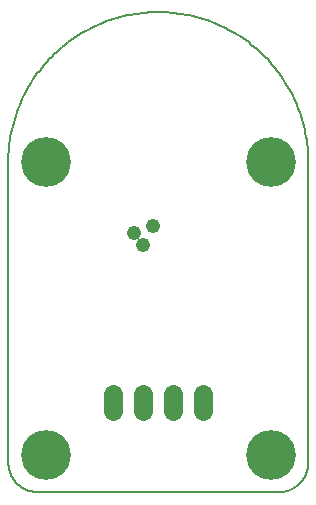
<source format=gbs>
G75*
%MOIN*%
%OFA0B0*%
%FSLAX25Y25*%
%IPPOS*%
%LPD*%
%AMOC8*
5,1,8,0,0,1.08239X$1,22.5*
%
%ADD10C,0.00500*%
%ADD11C,0.06343*%
%ADD12C,0.16611*%
%ADD13C,0.04800*%
D10*
X0004000Y0014000D02*
X0004000Y0114000D01*
X0004015Y0115218D01*
X0004059Y0116434D01*
X0004133Y0117650D01*
X0004237Y0118863D01*
X0004370Y0120073D01*
X0004533Y0121280D01*
X0004725Y0122482D01*
X0004946Y0123680D01*
X0005196Y0124872D01*
X0005475Y0126057D01*
X0005783Y0127235D01*
X0006120Y0128405D01*
X0006485Y0129567D01*
X0006878Y0130719D01*
X0007299Y0131862D01*
X0007748Y0132993D01*
X0008224Y0134114D01*
X0008728Y0135223D01*
X0009258Y0136319D01*
X0009815Y0137402D01*
X0010398Y0138471D01*
X0011006Y0139525D01*
X0011641Y0140565D01*
X0012300Y0141588D01*
X0012984Y0142596D01*
X0013693Y0143586D01*
X0014425Y0144559D01*
X0015181Y0145513D01*
X0015960Y0146449D01*
X0016761Y0147366D01*
X0017585Y0148263D01*
X0018430Y0149139D01*
X0019296Y0149995D01*
X0020183Y0150830D01*
X0021090Y0151642D01*
X0022016Y0152432D01*
X0022962Y0153200D01*
X0023925Y0153944D01*
X0024907Y0154664D01*
X0025906Y0155361D01*
X0026921Y0156033D01*
X0027953Y0156680D01*
X0029000Y0157301D01*
X0030062Y0157897D01*
X0031138Y0158467D01*
X0032227Y0159011D01*
X0033330Y0159527D01*
X0034445Y0160017D01*
X0035571Y0160480D01*
X0036708Y0160915D01*
X0037856Y0161322D01*
X0039013Y0161701D01*
X0040179Y0162052D01*
X0041353Y0162374D01*
X0042535Y0162668D01*
X0043724Y0162933D01*
X0044918Y0163168D01*
X0046118Y0163375D01*
X0047323Y0163552D01*
X0048531Y0163700D01*
X0049743Y0163818D01*
X0050958Y0163907D01*
X0052174Y0163967D01*
X0053391Y0163996D01*
X0054609Y0163996D01*
X0055826Y0163967D01*
X0057042Y0163907D01*
X0058257Y0163818D01*
X0059469Y0163700D01*
X0060677Y0163552D01*
X0061882Y0163375D01*
X0063082Y0163168D01*
X0064276Y0162933D01*
X0065465Y0162668D01*
X0066647Y0162374D01*
X0067821Y0162052D01*
X0068987Y0161701D01*
X0070144Y0161322D01*
X0071292Y0160915D01*
X0072429Y0160480D01*
X0073555Y0160017D01*
X0074670Y0159527D01*
X0075773Y0159011D01*
X0076862Y0158467D01*
X0077938Y0157897D01*
X0079000Y0157301D01*
X0080047Y0156680D01*
X0081079Y0156033D01*
X0082094Y0155361D01*
X0083093Y0154664D01*
X0084075Y0153944D01*
X0085038Y0153200D01*
X0085984Y0152432D01*
X0086910Y0151642D01*
X0087817Y0150830D01*
X0088704Y0149995D01*
X0089570Y0149139D01*
X0090415Y0148263D01*
X0091239Y0147366D01*
X0092040Y0146449D01*
X0092819Y0145513D01*
X0093575Y0144559D01*
X0094307Y0143586D01*
X0095016Y0142596D01*
X0095700Y0141588D01*
X0096359Y0140565D01*
X0096994Y0139525D01*
X0097602Y0138471D01*
X0098185Y0137402D01*
X0098742Y0136319D01*
X0099272Y0135223D01*
X0099776Y0134114D01*
X0100252Y0132993D01*
X0100701Y0131862D01*
X0101122Y0130719D01*
X0101515Y0129567D01*
X0101880Y0128405D01*
X0102217Y0127235D01*
X0102525Y0126057D01*
X0102804Y0124872D01*
X0103054Y0123680D01*
X0103275Y0122482D01*
X0103467Y0121280D01*
X0103630Y0120073D01*
X0103763Y0118863D01*
X0103867Y0117650D01*
X0103941Y0116434D01*
X0103985Y0115218D01*
X0104000Y0114000D01*
X0104000Y0014000D01*
X0103997Y0013758D01*
X0103988Y0013517D01*
X0103974Y0013276D01*
X0103953Y0013035D01*
X0103927Y0012795D01*
X0103895Y0012555D01*
X0103857Y0012316D01*
X0103814Y0012079D01*
X0103764Y0011842D01*
X0103709Y0011607D01*
X0103649Y0011373D01*
X0103582Y0011141D01*
X0103511Y0010910D01*
X0103433Y0010681D01*
X0103350Y0010454D01*
X0103262Y0010229D01*
X0103168Y0010006D01*
X0103069Y0009786D01*
X0102964Y0009568D01*
X0102855Y0009353D01*
X0102740Y0009140D01*
X0102620Y0008930D01*
X0102495Y0008724D01*
X0102365Y0008520D01*
X0102230Y0008319D01*
X0102090Y0008122D01*
X0101946Y0007928D01*
X0101797Y0007738D01*
X0101643Y0007552D01*
X0101485Y0007369D01*
X0101323Y0007190D01*
X0101156Y0007015D01*
X0100985Y0006844D01*
X0100810Y0006677D01*
X0100631Y0006515D01*
X0100448Y0006357D01*
X0100262Y0006203D01*
X0100072Y0006054D01*
X0099878Y0005910D01*
X0099681Y0005770D01*
X0099480Y0005635D01*
X0099276Y0005505D01*
X0099070Y0005380D01*
X0098860Y0005260D01*
X0098647Y0005145D01*
X0098432Y0005036D01*
X0098214Y0004931D01*
X0097994Y0004832D01*
X0097771Y0004738D01*
X0097546Y0004650D01*
X0097319Y0004567D01*
X0097090Y0004489D01*
X0096859Y0004418D01*
X0096627Y0004351D01*
X0096393Y0004291D01*
X0096158Y0004236D01*
X0095921Y0004186D01*
X0095684Y0004143D01*
X0095445Y0004105D01*
X0095205Y0004073D01*
X0094965Y0004047D01*
X0094724Y0004026D01*
X0094483Y0004012D01*
X0094242Y0004003D01*
X0094000Y0004000D01*
X0014000Y0004000D01*
X0013758Y0004003D01*
X0013517Y0004012D01*
X0013276Y0004026D01*
X0013035Y0004047D01*
X0012795Y0004073D01*
X0012555Y0004105D01*
X0012316Y0004143D01*
X0012079Y0004186D01*
X0011842Y0004236D01*
X0011607Y0004291D01*
X0011373Y0004351D01*
X0011141Y0004418D01*
X0010910Y0004489D01*
X0010681Y0004567D01*
X0010454Y0004650D01*
X0010229Y0004738D01*
X0010006Y0004832D01*
X0009786Y0004931D01*
X0009568Y0005036D01*
X0009353Y0005145D01*
X0009140Y0005260D01*
X0008930Y0005380D01*
X0008724Y0005505D01*
X0008520Y0005635D01*
X0008319Y0005770D01*
X0008122Y0005910D01*
X0007928Y0006054D01*
X0007738Y0006203D01*
X0007552Y0006357D01*
X0007369Y0006515D01*
X0007190Y0006677D01*
X0007015Y0006844D01*
X0006844Y0007015D01*
X0006677Y0007190D01*
X0006515Y0007369D01*
X0006357Y0007552D01*
X0006203Y0007738D01*
X0006054Y0007928D01*
X0005910Y0008122D01*
X0005770Y0008319D01*
X0005635Y0008520D01*
X0005505Y0008724D01*
X0005380Y0008930D01*
X0005260Y0009140D01*
X0005145Y0009353D01*
X0005036Y0009568D01*
X0004931Y0009786D01*
X0004832Y0010006D01*
X0004738Y0010229D01*
X0004650Y0010454D01*
X0004567Y0010681D01*
X0004489Y0010910D01*
X0004418Y0011141D01*
X0004351Y0011373D01*
X0004291Y0011607D01*
X0004236Y0011842D01*
X0004186Y0012079D01*
X0004143Y0012316D01*
X0004105Y0012555D01*
X0004073Y0012795D01*
X0004047Y0013035D01*
X0004026Y0013276D01*
X0004012Y0013517D01*
X0004003Y0013758D01*
X0004000Y0014000D01*
D11*
X0039000Y0031228D02*
X0039000Y0036772D01*
X0049000Y0036772D02*
X0049000Y0031228D01*
X0059000Y0031228D02*
X0059000Y0036772D01*
X0069000Y0036772D02*
X0069000Y0031228D01*
D12*
X0091500Y0016500D03*
X0091500Y0114000D03*
X0016500Y0114000D03*
X0016500Y0016500D03*
D13*
X0049000Y0086500D03*
X0045875Y0090250D03*
X0052125Y0092750D03*
M02*

</source>
